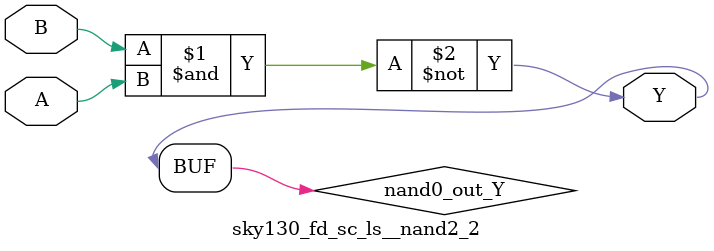
<source format=v>
/*
 * Copyright 2020 The SkyWater PDK Authors
 *
 * Licensed under the Apache License, Version 2.0 (the "License");
 * you may not use this file except in compliance with the License.
 * You may obtain a copy of the License at
 *
 *     https://www.apache.org/licenses/LICENSE-2.0
 *
 * Unless required by applicable law or agreed to in writing, software
 * distributed under the License is distributed on an "AS IS" BASIS,
 * WITHOUT WARRANTIES OR CONDITIONS OF ANY KIND, either express or implied.
 * See the License for the specific language governing permissions and
 * limitations under the License.
 *
 * SPDX-License-Identifier: Apache-2.0
*/


`ifndef SKY130_FD_SC_LS__NAND2_2_FUNCTIONAL_V
`define SKY130_FD_SC_LS__NAND2_2_FUNCTIONAL_V

/**
 * nand2: 2-input NAND.
 *
 * Verilog simulation functional model.
 */

`timescale 1ns / 1ps
`default_nettype none

`celldefine
module sky130_fd_sc_ls__nand2_2 (
    Y,
    A,
    B
);

    // Module ports
    output Y;
    input  A;
    input  B;

    // Local signals
    wire nand0_out_Y;

    //   Name   Output       Other arguments
    nand nand0 (nand0_out_Y, B, A           );
    buf  buf0  (Y          , nand0_out_Y    );

endmodule
`endcelldefine

`default_nettype wire
`endif  // SKY130_FD_SC_LS__NAND2_2_FUNCTIONAL_V

</source>
